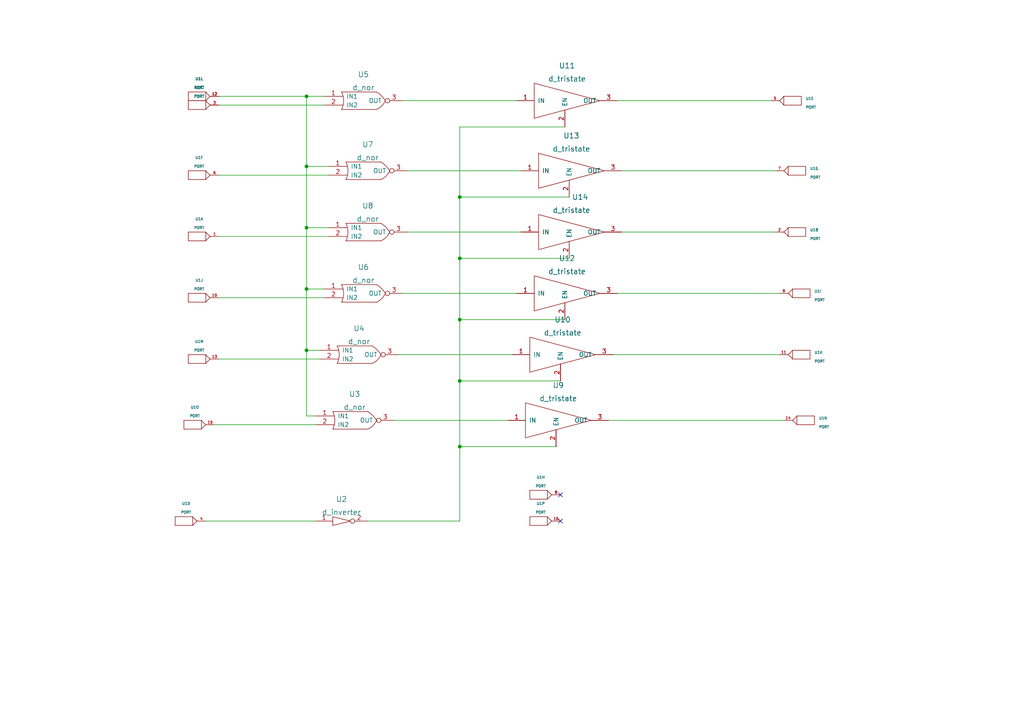
<source format=kicad_sch>
(kicad_sch (version 20211123) (generator eeschema)
  (paper "A4")
  (lib_symbols
    (symbol "eSim_Digital:d_inverter" (pin_names (offset 1.016))
      (property "Reference" "U" (at 0 -2.54 0))
      (property "Value" "d_inverter" (at 0 3.81 0))
      (symbol "d_inverter_0_1"
        (polyline (pts (xy -2.54 1.27) (xy -2.54 -1.27) (xy 2.54 0) (xy -2.54 1.27)))
      )
      (symbol "d_inverter_1_1"
        (pin input line (at -7.62 0 0) (length 5.08) (name "~") (number "1"))
        (pin output inverted (at 7.62 0 180) (length 5.08) (name "~") (number "2"))
      )
    )
    (symbol "eSim_Digital:d_nor" (pin_names (offset 1.016))
      (property "Reference" "U" (at 0 0 0))
      (property "Value" "d_nor" (at 1.27 2.54 0))
      (symbol "d_nor_0_1"
        (arc (start -6.35 -1.27) (mid -5.7504 1.27) (end -6.35 3.81))
        (polyline (pts (xy -6.35 -1.27) (xy 3.81 -1.27)))
        (polyline (pts (xy -6.35 3.81) (xy 3.81 3.81)))
        (arc (start 3.81 -1.27) (mid 5.3181 -0.2399) (end 6.35 1.27))
        (arc (start 6.35 1.27) (mid 5.2222 2.6828) (end 3.81 3.81))
      )
      (symbol "d_nor_1_1"
        (pin input line (at -11.43 2.54 0) (length 5.461) (name "IN1") (number "1"))
        (pin input line (at -11.43 0 0) (length 5.461) (name "IN2") (number "2"))
        (pin output inverted (at 11.43 1.27 180) (length 5.08) (name "OUT") (number "3"))
      )
    )
    (symbol "eSim_Digital:d_tristate" (pin_names (offset 1.016))
      (property "Reference" "U" (at -6.35 6.35 0))
      (property "Value" "d_tristate" (at -5.08 11.43 0))
      (symbol "d_tristate_0_1"
        (polyline (pts (xy -10.16 13.97) (xy -10.16 3.81) (xy 8.89 8.89) (xy -10.16 13.97)))
      )
      (symbol "d_tristate_1_1"
        (pin input line (at -15.24 8.89 0) (length 5.08) (name "IN") (number "1"))
        (pin input line (at -1.27 1.27 90) (length 4.9022) (name "EN") (number "2"))
        (pin output line (at 13.97 8.89 180) (length 5.08) (name "OUT") (number "3"))
      )
    )
    (symbol "eSim_Miscellaneous:PORT" (pin_names (offset 1.016))
      (property "Reference" "U" (at 1.27 2.54 0))
      (property "Value" "PORT" (at 0 0 0))
      (symbol "PORT_0_1"
        (rectangle (start -2.54 1.27) (end 2.54 -1.27))
        (arc (start 2.54 1.27) (mid 3.1355 0.5955) (end 3.81 0))
        (arc (start 3.81 0) (mid 3.1447 -0.6046) (end 2.54 -1.27))
      )
      (symbol "PORT_1_1"
        (pin bidirectional line (at 6.35 0 180) (length 2.54) (name "~") (number "1"))
      )
      (symbol "PORT_2_1"
        (pin bidirectional line (at 6.35 0 180) (length 2.54) (name "~") (number "2"))
      )
      (symbol "PORT_3_1"
        (pin bidirectional line (at 6.35 0 180) (length 2.54) (name "~") (number "3"))
      )
      (symbol "PORT_4_1"
        (pin bidirectional line (at 6.35 0 180) (length 2.54) (name "~") (number "4"))
      )
      (symbol "PORT_5_1"
        (pin bidirectional line (at 6.35 0 180) (length 2.54) (name "~") (number "5"))
      )
      (symbol "PORT_6_1"
        (pin bidirectional line (at 6.35 0 180) (length 2.54) (name "~") (number "6"))
      )
      (symbol "PORT_7_1"
        (pin bidirectional line (at 6.35 0 180) (length 2.54) (name "~") (number "7"))
      )
      (symbol "PORT_8_1"
        (pin bidirectional line (at 6.35 0 180) (length 2.54) (name "~") (number "8"))
      )
      (symbol "PORT_9_1"
        (pin bidirectional line (at 6.35 0 180) (length 2.54) (name "~") (number "9"))
      )
      (symbol "PORT_10_1"
        (pin bidirectional line (at 6.35 0 180) (length 2.54) (name "~") (number "10"))
      )
      (symbol "PORT_11_1"
        (pin bidirectional line (at 6.35 0 180) (length 2.54) (name "~") (number "11"))
      )
      (symbol "PORT_12_1"
        (pin bidirectional line (at 6.35 0 180) (length 2.54) (name "~") (number "12"))
      )
      (symbol "PORT_13_1"
        (pin bidirectional line (at 6.35 0 180) (length 2.54) (name "~") (number "13"))
      )
      (symbol "PORT_14_1"
        (pin bidirectional line (at 6.35 0 180) (length 2.54) (name "~") (number "14"))
      )
      (symbol "PORT_15_1"
        (pin bidirectional line (at 6.35 0 180) (length 2.54) (name "~") (number "15"))
      )
      (symbol "PORT_16_1"
        (pin bidirectional line (at 6.35 0 180) (length 2.54) (name "~") (number "16"))
      )
      (symbol "PORT_17_1"
        (pin bidirectional line (at 6.35 0 180) (length 2.54) (name "~") (number "17"))
      )
      (symbol "PORT_18_1"
        (pin bidirectional line (at 6.35 0 180) (length 2.54) (name "~") (number "18"))
      )
      (symbol "PORT_19_1"
        (pin bidirectional line (at 6.35 0 180) (length 2.54) (name "~") (number "19"))
      )
      (symbol "PORT_20_1"
        (pin bidirectional line (at 6.35 0 180) (length 2.54) (name "~") (number "20"))
      )
      (symbol "PORT_21_1"
        (pin bidirectional line (at 6.35 0 180) (length 2.54) (name "~") (number "21"))
      )
      (symbol "PORT_22_1"
        (pin bidirectional line (at 6.35 0 180) (length 2.54) (name "~") (number "22"))
      )
      (symbol "PORT_23_1"
        (pin bidirectional line (at 6.35 0 180) (length 2.54) (name "~") (number "23"))
      )
      (symbol "PORT_24_1"
        (pin bidirectional line (at 6.35 0 180) (length 2.54) (name "~") (number "24"))
      )
      (symbol "PORT_25_1"
        (pin bidirectional line (at 6.35 0 180) (length 2.54) (name "~") (number "25"))
      )
      (symbol "PORT_26_1"
        (pin bidirectional line (at 6.35 0 180) (length 2.54) (name "~") (number "26"))
      )
    )
  )
  (junction (at 133.35 74.93))
  (junction (at 133.35 110.49))
  (junction (at 88.9 83.82))
  (junction (at 133.35 57.15))
  (junction (at 88.9 27.94))
  (junction (at 88.9 66.04))
  (junction (at 133.35 92.71))
  (junction (at 88.9 48.26))
  (junction (at 133.35 129.54))
  (junction (at 88.9 101.6))
  (no_connect (at 162.56 143.51))
  (no_connect (at 162.56 151.13))
  (wire (pts (xy 88.9 66.04) (xy 95.25 66.04)))
  (wire (pts (xy 179.07 85.09) (xy 226.06 85.09)))
  (wire (pts (xy 59.69 151.13) (xy 91.44 151.13)))
  (wire (pts (xy 118.11 49.53) (xy 151.13 49.53)))
  (wire (pts (xy 133.35 57.15) (xy 133.35 36.83)))
  (wire (pts (xy 177.8 102.87) (xy 226.06 102.87)))
  (wire (pts (xy 88.9 48.26) (xy 95.25 48.26)))
  (wire (pts (xy 63.5 50.8) (xy 95.25 50.8)))
  (wire (pts (xy 63.5 30.48) (xy 93.98 30.48)))
  (wire (pts (xy 180.34 49.53) (xy 224.79 49.53)))
  (wire (pts (xy 115.57 102.87) (xy 148.59 102.87)))
  (wire (pts (xy 91.44 120.65) (xy 88.9 120.65)))
  (wire (pts (xy 106.68 151.13) (xy 133.35 151.13)))
  (wire (pts (xy 133.35 92.71) (xy 133.35 110.49)))
  (wire (pts (xy 116.84 29.21) (xy 149.86 29.21)))
  (wire (pts (xy 180.34 67.31) (xy 224.79 67.31)))
  (wire (pts (xy 133.35 110.49) (xy 133.35 129.54)))
  (wire (pts (xy 88.9 101.6) (xy 88.9 83.82)))
  (wire (pts (xy 179.07 29.21) (xy 223.52 29.21)))
  (wire (pts (xy 133.35 57.15) (xy 165.1 57.15)))
  (wire (pts (xy 62.23 123.19) (xy 91.44 123.19)))
  (wire (pts (xy 133.35 129.54) (xy 133.35 151.13)))
  (wire (pts (xy 133.35 36.83) (xy 163.83 36.83)))
  (wire (pts (xy 133.35 57.15) (xy 133.35 74.93)))
  (wire (pts (xy 63.5 68.58) (xy 95.25 68.58)))
  (wire (pts (xy 88.9 66.04) (xy 88.9 48.26)))
  (wire (pts (xy 116.84 85.09) (xy 149.86 85.09)))
  (wire (pts (xy 133.35 129.54) (xy 161.29 129.54)))
  (wire (pts (xy 176.53 121.92) (xy 227.33 121.92)))
  (wire (pts (xy 133.35 92.71) (xy 163.83 92.71)))
  (wire (pts (xy 118.11 67.31) (xy 151.13 67.31)))
  (wire (pts (xy 88.9 83.82) (xy 88.9 66.04)))
  (wire (pts (xy 88.9 83.82) (xy 93.98 83.82)))
  (wire (pts (xy 88.9 120.65) (xy 88.9 101.6)))
  (wire (pts (xy 88.9 27.94) (xy 93.98 27.94)))
  (wire (pts (xy 63.5 104.14) (xy 92.71 104.14)))
  (wire (pts (xy 63.5 86.36) (xy 93.98 86.36)))
  (wire (pts (xy 114.3 121.92) (xy 147.32 121.92)))
  (wire (pts (xy 92.71 101.6) (xy 88.9 101.6)))
  (wire (pts (xy 133.35 74.93) (xy 133.35 92.71)))
  (wire (pts (xy 165.1 74.93) (xy 133.35 74.93)))
  (wire (pts (xy 63.5 27.94) (xy 88.9 27.94)))
  (wire (pts (xy 133.35 110.49) (xy 162.56 110.49)))
  (wire (pts (xy 88.9 48.26) (xy 88.9 27.94)))
  (symbol (lib_id "eSim_Miscellaneous:PORT") (at 57.15 68.58 0) (unit 1)
    (property "Reference" "U1" (at 57.785 63.5 0) (effects (font (size 0.762 0.762))))
    (property "Value" "PORT" (at 57.785 66.04 0) (effects (font (size 0.762 0.762))))
  )
  (symbol (lib_id "eSim_Digital:d_nor") (at 105.41 30.48 0) (unit 1)
    (property "Reference" "U5" (at 105.41 21.59 0) (effects (font (size 1.524 1.524))))
    (property "Value" "d_nor" (at 105.41 25.4 0) (effects (font (size 1.524 1.524))))
  )
  (symbol (lib_id "eSim_Digital:d_tristate") (at 165.1 38.1 0) (unit 1)
    (property "Reference" "U11" (at 164.465 19.05 0) (effects (font (size 1.524 1.524))))
    (property "Value" "d_tristate" (at 164.465 22.86 0) (effects (font (size 1.524 1.524))))
  )
  (symbol (lib_id "eSim_Miscellaneous:PORT") (at 57.15 104.14 0) (unit 13)
    (property "Reference" "U1" (at 57.785 99.06 0) (effects (font (size 0.762 0.762))))
    (property "Value" "PORT" (at 57.785 101.6 0) (effects (font (size 0.762 0.762))))
  )
  (symbol (lib_id "eSim_Miscellaneous:PORT") (at 233.68 121.92 180) (unit 14)
    (property "Reference" "U1" (at 237.49 121.285 0) (effects (font (size 0.762 0.762)) (justify right)))
    (property "Value" "PORT" (at 237.49 123.825 0) (effects (font (size 0.762 0.762)) (justify right)))
  )
  (symbol (lib_id "eSim_Digital:d_tristate") (at 165.1 93.98 0) (unit 1)
    (property "Reference" "U12" (at 164.465 74.93 0) (effects (font (size 1.524 1.524))))
    (property "Value" "d_tristate" (at 164.465 78.74 0) (effects (font (size 1.524 1.524))))
  )
  (symbol (lib_id "eSim_Digital:d_tristate") (at 163.83 111.76 0) (unit 1)
    (property "Reference" "U10" (at 163.195 92.71 0) (effects (font (size 1.524 1.524))))
    (property "Value" "d_tristate" (at 163.195 96.52 0) (effects (font (size 1.524 1.524))))
  )
  (symbol (lib_id "eSim_Miscellaneous:PORT") (at 156.21 143.51 0) (unit 8)
    (property "Reference" "U1" (at 156.845 138.43 0) (effects (font (size 0.762 0.762))))
    (property "Value" "PORT" (at 156.845 140.97 0) (effects (font (size 0.762 0.762))))
  )
  (symbol (lib_id "eSim_Miscellaneous:PORT") (at 57.15 86.36 0) (unit 10)
    (property "Reference" "U1" (at 57.785 81.28 0) (effects (font (size 0.762 0.762))))
    (property "Value" "PORT" (at 57.785 83.82 0) (effects (font (size 0.762 0.762))))
  )
  (symbol (lib_id "eSim_Digital:d_tristate") (at 162.56 130.81 0) (unit 1)
    (property "Reference" "U9" (at 161.925 111.76 0) (effects (font (size 1.524 1.524))))
    (property "Value" "d_tristate" (at 161.925 115.57 0) (effects (font (size 1.524 1.524))))
  )
  (symbol (lib_id "eSim_Miscellaneous:PORT") (at 229.87 29.21 180) (unit 5)
    (property "Reference" "U1" (at 233.68 28.575 0) (effects (font (size 0.762 0.762)) (justify right)))
    (property "Value" "PORT" (at 233.68 31.115 0) (effects (font (size 0.762 0.762)) (justify right)))
  )
  (symbol (lib_id "eSim_Miscellaneous:PORT") (at 232.41 85.09 180) (unit 9)
    (property "Reference" "U1" (at 236.22 84.455 0) (effects (font (size 0.762 0.762)) (justify right)))
    (property "Value" "PORT" (at 236.22 86.995 0) (effects (font (size 0.762 0.762)) (justify right)))
  )
  (symbol (lib_id "eSim_Digital:d_nor") (at 102.87 123.19 0) (unit 1)
    (property "Reference" "U3" (at 102.87 114.3 0) (effects (font (size 1.524 1.524))))
    (property "Value" "d_nor" (at 102.87 118.11 0) (effects (font (size 1.524 1.524))))
  )
  (symbol (lib_id "eSim_Digital:d_tristate") (at 166.37 58.42 0) (unit 1)
    (property "Reference" "U13" (at 165.735 39.37 0) (effects (font (size 1.524 1.524))))
    (property "Value" "d_tristate" (at 165.735 43.18 0) (effects (font (size 1.524 1.524))))
  )
  (symbol (lib_id "eSim_Miscellaneous:PORT") (at 55.88 123.19 0) (unit 15)
    (property "Reference" "U1" (at 56.515 118.11 0) (effects (font (size 0.762 0.762))))
    (property "Value" "PORT" (at 56.515 120.65 0) (effects (font (size 0.762 0.762))))
  )
  (symbol (lib_id "eSim_Digital:d_inverter") (at 99.06 151.13 0) (unit 1)
    (property "Reference" "U2" (at 99.06 144.78 0) (effects (font (size 1.524 1.524))))
    (property "Value" "d_inverter" (at 99.06 148.59 0) (effects (font (size 1.524 1.524))))
  )
  (symbol (lib_id "eSim_Miscellaneous:PORT") (at 231.14 49.53 180) (unit 7)
    (property "Reference" "U1" (at 234.95 48.895 0) (effects (font (size 0.762 0.762)) (justify right)))
    (property "Value" "PORT" (at 234.95 51.435 0) (effects (font (size 0.762 0.762)) (justify right)))
  )
  (symbol (lib_id "eSim_Miscellaneous:PORT") (at 156.21 151.13 0) (unit 16)
    (property "Reference" "U1" (at 156.845 146.05 0) (effects (font (size 0.762 0.762))))
    (property "Value" "PORT" (at 156.845 148.59 0) (effects (font (size 0.762 0.762))))
  )
  (symbol (lib_id "eSim_Miscellaneous:PORT") (at 57.15 27.94 0) (unit 12)
    (property "Reference" "U1" (at 57.785 22.86 0) (effects (font (size 0.762 0.762))))
    (property "Value" "PORT" (at 57.785 25.4 0) (effects (font (size 0.762 0.762))))
  )
  (symbol (lib_id "eSim_Miscellaneous:PORT") (at 57.15 30.48 0) (unit 3)
    (property "Reference" "U1" (at 57.785 25.4 0) (effects (font (size 0.762 0.762))))
    (property "Value" "PORT" (at 57.785 27.94 0) (effects (font (size 0.762 0.762))))
  )
  (symbol (lib_id "eSim_Digital:d_nor") (at 106.68 68.58 0) (unit 1)
    (property "Reference" "U8" (at 106.68 59.69 0) (effects (font (size 1.524 1.524))))
    (property "Value" "d_nor" (at 106.68 63.5 0) (effects (font (size 1.524 1.524))))
  )
  (symbol (lib_id "eSim_Digital:d_nor") (at 106.68 50.8 0) (unit 1)
    (property "Reference" "U7" (at 106.68 41.91 0) (effects (font (size 1.524 1.524))))
    (property "Value" "d_nor" (at 106.68 45.72 0) (effects (font (size 1.524 1.524))))
  )
  (symbol (lib_id "eSim_Miscellaneous:PORT") (at 57.15 50.8 0) (unit 6)
    (property "Reference" "U1" (at 57.785 45.72 0) (effects (font (size 0.762 0.762))))
    (property "Value" "PORT" (at 57.785 48.26 0) (effects (font (size 0.762 0.762))))
  )
  (symbol (lib_id "eSim_Miscellaneous:PORT") (at 231.14 67.31 180) (unit 2)
    (property "Reference" "U1" (at 234.95 66.675 0) (effects (font (size 0.762 0.762)) (justify right)))
    (property "Value" "PORT" (at 234.95 69.215 0) (effects (font (size 0.762 0.762)) (justify right)))
  )
  (symbol (lib_id "eSim_Digital:d_nor") (at 105.41 86.36 0) (unit 1)
    (property "Reference" "U6" (at 105.41 77.47 0) (effects (font (size 1.524 1.524))))
    (property "Value" "d_nor" (at 105.41 81.28 0) (effects (font (size 1.524 1.524))))
  )
  (symbol (lib_id "eSim_Digital:d_nor") (at 104.14 104.14 0) (unit 1)
    (property "Reference" "U4" (at 104.14 95.25 0) (effects (font (size 1.524 1.524))))
    (property "Value" "d_nor" (at 104.14 99.06 0) (effects (font (size 1.524 1.524))))
  )
  (symbol (lib_id "eSim_Digital:d_tristate") (at 166.37 76.2 0) (unit 1)
    (property "Reference" "U14" (at 168.275 57.15 0) (effects (font (size 1.524 1.524))))
    (property "Value" "d_tristate" (at 165.735 60.96 0) (effects (font (size 1.524 1.524))))
  )
  (symbol (lib_id "eSim_Miscellaneous:PORT") (at 53.34 151.13 0) (unit 4)
    (property "Reference" "U1" (at 53.975 146.05 0) (effects (font (size 0.762 0.762))))
    (property "Value" "PORT" (at 53.975 148.59 0) (effects (font (size 0.762 0.762))))
  )
  (symbol (lib_id "eSim_Miscellaneous:PORT") (at 232.41 102.87 180) (unit 11)
    (property "Reference" "U1" (at 236.22 102.235 0) (effects (font (size 0.762 0.762)) (justify right)))
    (property "Value" "PORT" (at 236.22 104.775 0) (effects (font (size 0.762 0.762)) (justify right)))
  )
)
</source>
